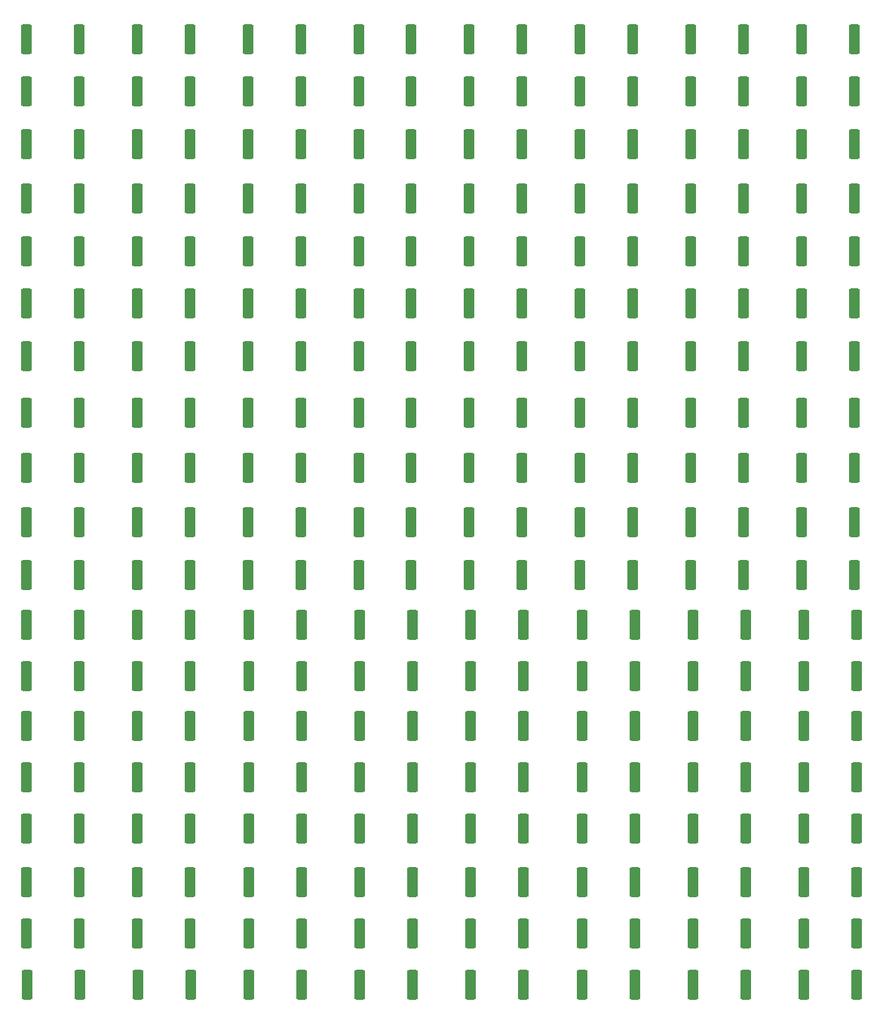
<source format=gbr>
%TF.GenerationSoftware,KiCad,Pcbnew,8.0.6*%
%TF.CreationDate,2024-12-18T12:33:32+08:00*%
%TF.ProjectId,dummyload,64756d6d-796c-46f6-9164-2e6b69636164,rev?*%
%TF.SameCoordinates,Original*%
%TF.FileFunction,Paste,Top*%
%TF.FilePolarity,Positive*%
%FSLAX46Y46*%
G04 Gerber Fmt 4.6, Leading zero omitted, Abs format (unit mm)*
G04 Created by KiCad (PCBNEW 8.0.6) date 2024-12-18 12:33:32*
%MOMM*%
%LPD*%
G01*
G04 APERTURE LIST*
G04 Aperture macros list*
%AMRoundRect*
0 Rectangle with rounded corners*
0 $1 Rounding radius*
0 $2 $3 $4 $5 $6 $7 $8 $9 X,Y pos of 4 corners*
0 Add a 4 corners polygon primitive as box body*
4,1,4,$2,$3,$4,$5,$6,$7,$8,$9,$2,$3,0*
0 Add four circle primitives for the rounded corners*
1,1,$1+$1,$2,$3*
1,1,$1+$1,$4,$5*
1,1,$1+$1,$6,$7*
1,1,$1+$1,$8,$9*
0 Add four rect primitives between the rounded corners*
20,1,$1+$1,$2,$3,$4,$5,0*
20,1,$1+$1,$4,$5,$6,$7,0*
20,1,$1+$1,$6,$7,$8,$9,0*
20,1,$1+$1,$8,$9,$2,$3,0*%
G04 Aperture macros list end*
%ADD10RoundRect,0.250000X-0.362500X-1.425000X0.362500X-1.425000X0.362500X1.425000X-0.362500X1.425000X0*%
G04 APERTURE END LIST*
D10*
%TO.C,R152*%
X137750000Y-132290000D03*
X131825000Y-132290000D03*
%TD*%
%TO.C,R151*%
X131825000Y-126540000D03*
X137750000Y-126540000D03*
%TD*%
%TO.C,R150*%
X137750000Y-120760000D03*
X131825000Y-120760000D03*
%TD*%
%TO.C,R149*%
X137750000Y-114790000D03*
X131825000Y-114790000D03*
%TD*%
%TO.C,R148*%
X137750000Y-109040000D03*
X131825000Y-109040000D03*
%TD*%
%TO.C,R147*%
X131825000Y-103290000D03*
X137750000Y-103290000D03*
%TD*%
%TO.C,R146*%
X131825000Y-97670000D03*
X137750000Y-97670000D03*
%TD*%
%TO.C,R145*%
X131825000Y-91950000D03*
X137750000Y-91950000D03*
%TD*%
%TO.C,R144*%
X131537500Y-86330000D03*
X137462500Y-86330000D03*
%TD*%
%TO.C,R143*%
X137462500Y-80440000D03*
X131537500Y-80440000D03*
%TD*%
%TO.C,R142*%
X137462500Y-74300000D03*
X131537500Y-74300000D03*
%TD*%
%TO.C,R141*%
X131537500Y-68160000D03*
X137462500Y-68160000D03*
%TD*%
%TO.C,R140*%
X137462500Y-61770000D03*
X131537500Y-61770000D03*
%TD*%
%TO.C,R139*%
X137462500Y-55880000D03*
X131537500Y-55880000D03*
%TD*%
%TO.C,R138*%
X137462500Y-49990000D03*
X131537500Y-49990000D03*
%TD*%
%TO.C,R137*%
X137462500Y-44100000D03*
X131537500Y-44100000D03*
%TD*%
%TO.C,R136*%
X137462500Y-37960000D03*
X131537500Y-37960000D03*
%TD*%
%TO.C,R135*%
X137462500Y-32070000D03*
X131537500Y-32070000D03*
%TD*%
%TO.C,R134*%
X137462500Y-26180000D03*
X131537500Y-26180000D03*
%TD*%
%TO.C,R133*%
X125285710Y-132290000D03*
X119360710Y-132290000D03*
%TD*%
%TO.C,R132*%
X119355352Y-126540000D03*
X125280352Y-126540000D03*
%TD*%
%TO.C,R131*%
X119355352Y-120760000D03*
X125280352Y-120760000D03*
%TD*%
%TO.C,R130*%
X125280352Y-114790000D03*
X119355352Y-114790000D03*
%TD*%
%TO.C,R129*%
X119355352Y-109040000D03*
X125280352Y-109040000D03*
%TD*%
%TO.C,R128*%
X119355352Y-103290000D03*
X125280352Y-103290000D03*
%TD*%
%TO.C,R127*%
X125280352Y-97670000D03*
X119355352Y-97670000D03*
%TD*%
%TO.C,R126*%
X119355352Y-91950000D03*
X125280352Y-91950000D03*
%TD*%
%TO.C,R125*%
X119108926Y-86330000D03*
X125033926Y-86330000D03*
%TD*%
%TO.C,R124*%
X119108926Y-80440000D03*
X125033926Y-80440000D03*
%TD*%
%TO.C,R123*%
X119108926Y-74300000D03*
X125033926Y-74300000D03*
%TD*%
%TO.C,R122*%
X125033926Y-68160000D03*
X119108926Y-68160000D03*
%TD*%
%TO.C,R121*%
X119108926Y-61770000D03*
X125033926Y-61770000D03*
%TD*%
%TO.C,R120*%
X119108926Y-55880000D03*
X125033926Y-55880000D03*
%TD*%
%TO.C,R119*%
X119108926Y-49990000D03*
X125033926Y-49990000D03*
%TD*%
%TO.C,R118*%
X119108926Y-44100000D03*
X125033926Y-44100000D03*
%TD*%
%TO.C,R117*%
X119108926Y-37960000D03*
X125033926Y-37960000D03*
%TD*%
%TO.C,R116*%
X119108926Y-32070000D03*
X125033926Y-32070000D03*
%TD*%
%TO.C,R115*%
X119108926Y-26180000D03*
X125033926Y-26180000D03*
%TD*%
%TO.C,R114*%
X106896425Y-132290000D03*
X112821425Y-132290000D03*
%TD*%
%TO.C,R113*%
X106885710Y-126540000D03*
X112810710Y-126540000D03*
%TD*%
%TO.C,R112*%
X106885710Y-120760000D03*
X112810710Y-120760000D03*
%TD*%
%TO.C,R111*%
X112810710Y-114790000D03*
X106885710Y-114790000D03*
%TD*%
%TO.C,R110*%
X112810710Y-109040000D03*
X106885710Y-109040000D03*
%TD*%
%TO.C,R109*%
X106885710Y-103290000D03*
X112810710Y-103290000D03*
%TD*%
%TO.C,R108*%
X112810710Y-97670000D03*
X106885710Y-97670000D03*
%TD*%
%TO.C,R107*%
X112810710Y-91950000D03*
X106885710Y-91950000D03*
%TD*%
%TO.C,R106*%
X106680355Y-86330000D03*
X112605355Y-86330000D03*
%TD*%
%TO.C,R105*%
X106680355Y-80440000D03*
X112605355Y-80440000D03*
%TD*%
%TO.C,R104*%
X106680355Y-74300000D03*
X112605355Y-74300000D03*
%TD*%
%TO.C,R103*%
X112605355Y-68160000D03*
X106680355Y-68160000D03*
%TD*%
%TO.C,R102*%
X106680355Y-61770000D03*
X112605355Y-61770000D03*
%TD*%
%TO.C,R101*%
X106680355Y-55880000D03*
X112605355Y-55880000D03*
%TD*%
%TO.C,R100*%
X106680355Y-49990000D03*
X112605355Y-49990000D03*
%TD*%
%TO.C,R99*%
X106680355Y-44100000D03*
X112605355Y-44100000D03*
%TD*%
%TO.C,R98*%
X106680355Y-37960000D03*
X112605355Y-37960000D03*
%TD*%
%TO.C,R97*%
X106680355Y-32070000D03*
X112605355Y-32070000D03*
%TD*%
%TO.C,R96*%
X106680355Y-26180000D03*
X112605355Y-26180000D03*
%TD*%
%TO.C,R95*%
X100357140Y-132290000D03*
X94432140Y-132290000D03*
%TD*%
%TO.C,R94*%
X100341068Y-126540000D03*
X94416068Y-126540000D03*
%TD*%
%TO.C,R93*%
X100341068Y-120760000D03*
X94416068Y-120760000D03*
%TD*%
%TO.C,R92*%
X100341068Y-114790000D03*
X94416068Y-114790000D03*
%TD*%
%TO.C,R91*%
X94416068Y-109040000D03*
X100341068Y-109040000D03*
%TD*%
%TO.C,R90*%
X100341068Y-103290000D03*
X94416068Y-103290000D03*
%TD*%
%TO.C,R89*%
X94416068Y-97670000D03*
X100341068Y-97670000D03*
%TD*%
%TO.C,R88*%
X100341068Y-91950000D03*
X94416068Y-91950000D03*
%TD*%
%TO.C,R87*%
X94251784Y-86330000D03*
X100176784Y-86330000D03*
%TD*%
%TO.C,R86*%
X94251784Y-80440000D03*
X100176784Y-80440000D03*
%TD*%
%TO.C,R85*%
X94251784Y-74300000D03*
X100176784Y-74300000D03*
%TD*%
%TO.C,R84*%
X100176784Y-68160000D03*
X94251784Y-68160000D03*
%TD*%
%TO.C,R83*%
X94251784Y-61770000D03*
X100176784Y-61770000D03*
%TD*%
%TO.C,R82*%
X94251784Y-55880000D03*
X100176784Y-55880000D03*
%TD*%
%TO.C,R81*%
X94251784Y-49990000D03*
X100176784Y-49990000D03*
%TD*%
%TO.C,R80*%
X94251784Y-44100000D03*
X100176784Y-44100000D03*
%TD*%
%TO.C,R79*%
X94251784Y-37960000D03*
X100176784Y-37960000D03*
%TD*%
%TO.C,R78*%
X94251784Y-32070000D03*
X100176784Y-32070000D03*
%TD*%
%TO.C,R77*%
X100176784Y-26180000D03*
X94251784Y-26180000D03*
%TD*%
%TO.C,R76*%
X81967855Y-132290000D03*
X87892855Y-132290000D03*
%TD*%
%TO.C,R75*%
X81946426Y-126540000D03*
X87871426Y-126540000D03*
%TD*%
%TO.C,R74*%
X87871426Y-120760000D03*
X81946426Y-120760000D03*
%TD*%
%TO.C,R73*%
X81946426Y-114790000D03*
X87871426Y-114790000D03*
%TD*%
%TO.C,R72*%
X87871426Y-109040000D03*
X81946426Y-109040000D03*
%TD*%
%TO.C,R71*%
X81946426Y-103290000D03*
X87871426Y-103290000D03*
%TD*%
%TO.C,R70*%
X81946426Y-97670000D03*
X87871426Y-97670000D03*
%TD*%
%TO.C,R69*%
X87871426Y-91950000D03*
X81946426Y-91950000D03*
%TD*%
%TO.C,R68*%
X81823213Y-86330000D03*
X87748213Y-86330000D03*
%TD*%
%TO.C,R67*%
X81823213Y-80440000D03*
X87748213Y-80440000D03*
%TD*%
%TO.C,R66*%
X81823213Y-74300000D03*
X87748213Y-74300000D03*
%TD*%
%TO.C,R65*%
X87748213Y-68160000D03*
X81823213Y-68160000D03*
%TD*%
%TO.C,R64*%
X81823213Y-61770000D03*
X87748213Y-61770000D03*
%TD*%
%TO.C,R63*%
X81823213Y-55880000D03*
X87748213Y-55880000D03*
%TD*%
%TO.C,R62*%
X81823213Y-49990000D03*
X87748213Y-49990000D03*
%TD*%
%TO.C,R61*%
X81823213Y-44100000D03*
X87748213Y-44100000D03*
%TD*%
%TO.C,R60*%
X81823213Y-37960000D03*
X87748213Y-37960000D03*
%TD*%
%TO.C,R59*%
X87748213Y-32070000D03*
X81823213Y-32070000D03*
%TD*%
%TO.C,R58*%
X81823213Y-26180000D03*
X87748213Y-26180000D03*
%TD*%
%TO.C,R57*%
X75428570Y-132290000D03*
X69503570Y-132290000D03*
%TD*%
%TO.C,R56*%
X69476784Y-126540000D03*
X75401784Y-126540000D03*
%TD*%
%TO.C,R55*%
X69476784Y-120760000D03*
X75401784Y-120760000D03*
%TD*%
%TO.C,R54*%
X69476784Y-114790000D03*
X75401784Y-114790000D03*
%TD*%
%TO.C,R53*%
X75401784Y-109040000D03*
X69476784Y-109040000D03*
%TD*%
%TO.C,R52*%
X75401784Y-103290000D03*
X69476784Y-103290000D03*
%TD*%
%TO.C,R51*%
X75401784Y-97670000D03*
X69476784Y-97670000D03*
%TD*%
%TO.C,R50*%
X69476784Y-91950000D03*
X75401784Y-91950000D03*
%TD*%
%TO.C,R49*%
X75319642Y-86330000D03*
X69394642Y-86330000D03*
%TD*%
%TO.C,R48*%
X75319642Y-80440000D03*
X69394642Y-80440000D03*
%TD*%
%TO.C,R47*%
X75319642Y-74300000D03*
X69394642Y-74300000D03*
%TD*%
%TO.C,R46*%
X69394642Y-68160000D03*
X75319642Y-68160000D03*
%TD*%
%TO.C,R45*%
X75319642Y-61770000D03*
X69394642Y-61770000D03*
%TD*%
%TO.C,R44*%
X75319642Y-55880000D03*
X69394642Y-55880000D03*
%TD*%
%TO.C,R43*%
X75319642Y-49990000D03*
X69394642Y-49990000D03*
%TD*%
%TO.C,R42*%
X75319642Y-44100000D03*
X69394642Y-44100000D03*
%TD*%
%TO.C,R41*%
X69394642Y-37960000D03*
X75319642Y-37960000D03*
%TD*%
%TO.C,R40*%
X75319642Y-32070000D03*
X69394642Y-32070000D03*
%TD*%
%TO.C,R39*%
X69394642Y-26180000D03*
X75319642Y-26180000D03*
%TD*%
%TO.C,R38*%
X57039285Y-132290000D03*
X62964285Y-132290000D03*
%TD*%
%TO.C,R37*%
X57007142Y-126540000D03*
X62932142Y-126540000D03*
%TD*%
%TO.C,R36*%
X57007142Y-120760000D03*
X62932142Y-120760000D03*
%TD*%
%TO.C,R35*%
X62932142Y-114790000D03*
X57007142Y-114790000D03*
%TD*%
%TO.C,R34*%
X62932142Y-109040000D03*
X57007142Y-109040000D03*
%TD*%
%TO.C,R33*%
X62932142Y-103290000D03*
X57007142Y-103290000D03*
%TD*%
%TO.C,R32*%
X62932142Y-97670000D03*
X57007142Y-97670000D03*
%TD*%
%TO.C,R31*%
X57007142Y-91950000D03*
X62932142Y-91950000D03*
%TD*%
%TO.C,R30*%
X62891071Y-86330000D03*
X56966071Y-86330000D03*
%TD*%
%TO.C,R29*%
X62891071Y-80440000D03*
X56966071Y-80440000D03*
%TD*%
%TO.C,R28*%
X62891071Y-74300000D03*
X56966071Y-74300000D03*
%TD*%
%TO.C,R27*%
X56966071Y-68160000D03*
X62891071Y-68160000D03*
%TD*%
%TO.C,R26*%
X62891071Y-61770000D03*
X56966071Y-61770000D03*
%TD*%
%TO.C,R25*%
X62891071Y-55880000D03*
X56966071Y-55880000D03*
%TD*%
%TO.C,R24*%
X62891071Y-49990000D03*
X56966071Y-49990000D03*
%TD*%
%TO.C,R23*%
X56966071Y-44100000D03*
X62891071Y-44100000D03*
%TD*%
%TO.C,R22*%
X62891071Y-37960000D03*
X56966071Y-37960000D03*
%TD*%
%TO.C,R21*%
X56966071Y-32070000D03*
X62891071Y-32070000D03*
%TD*%
%TO.C,R20*%
X56966071Y-26180000D03*
X62891071Y-26180000D03*
%TD*%
%TO.C,R19*%
X50500000Y-132290000D03*
X44575000Y-132290000D03*
%TD*%
%TO.C,R18*%
X44537500Y-126540000D03*
X50462500Y-126540000D03*
%TD*%
%TO.C,R17*%
X44537500Y-120760000D03*
X50462500Y-120760000D03*
%TD*%
%TO.C,R16*%
X44537500Y-114790000D03*
X50462500Y-114790000D03*
%TD*%
%TO.C,R15*%
X44537500Y-109040000D03*
X50462500Y-109040000D03*
%TD*%
%TO.C,R14*%
X44537500Y-103290000D03*
X50462500Y-103290000D03*
%TD*%
%TO.C,R13*%
X44537500Y-97670000D03*
X50462500Y-97670000D03*
%TD*%
%TO.C,R12*%
X50462500Y-91950000D03*
X44537500Y-91950000D03*
%TD*%
%TO.C,R11*%
X44537500Y-86330000D03*
X50462500Y-86330000D03*
%TD*%
%TO.C,R10*%
X44537500Y-80440000D03*
X50462500Y-80440000D03*
%TD*%
%TO.C,R9*%
X44537500Y-74300000D03*
X50462500Y-74300000D03*
%TD*%
%TO.C,R8*%
X50462500Y-68160000D03*
X44537500Y-68160000D03*
%TD*%
%TO.C,R7*%
X44537500Y-61770000D03*
X50462500Y-61770000D03*
%TD*%
%TO.C,R6*%
X44537500Y-55880000D03*
X50462500Y-55880000D03*
%TD*%
%TO.C,R5*%
X50462500Y-49990000D03*
X44537500Y-49990000D03*
%TD*%
%TO.C,R4*%
X44537500Y-44100000D03*
X50462500Y-44100000D03*
%TD*%
%TO.C,R3*%
X50462500Y-37960000D03*
X44537500Y-37960000D03*
%TD*%
%TO.C,R2*%
X50462500Y-32070000D03*
X44537500Y-32070000D03*
%TD*%
%TO.C,R1*%
X50462500Y-26180000D03*
X44537500Y-26180000D03*
%TD*%
M02*

</source>
